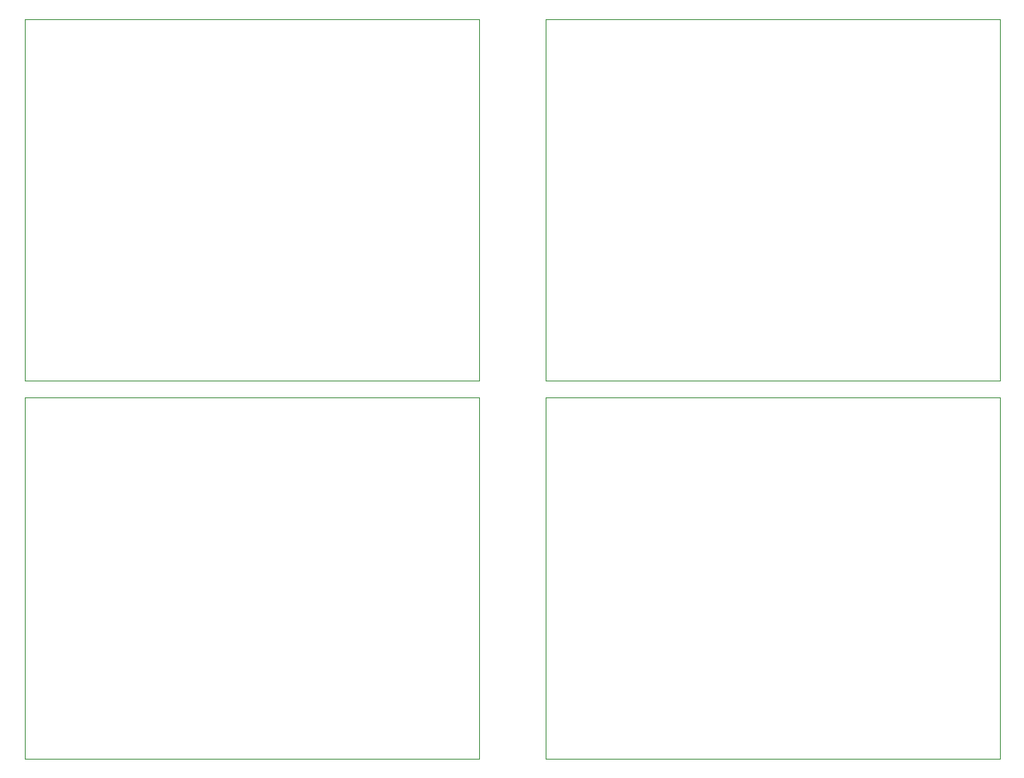
<source format=gbr>
G04 PROTEUS GERBER X2 FILE*
%TF.GenerationSoftware,Labcenter,Proteus,8.15-SP1-Build34318*%
%TF.CreationDate,2023-09-27T19:19:53+00:00*%
%TF.FileFunction,NonPlated,0,1,NPTH*%
%TF.FilePolarity,Positive*%
%TF.Part,Single*%
%TF.SameCoordinates,{3c810428-778b-40b1-ace6-7a7f232bcbd0}*%
%FSLAX45Y45*%
%MOMM*%
G01*
%TA.AperFunction,Profile*%
%ADD14C,0.101600*%
%TD.AperFunction*%
D14*
X-5300000Y+173000D02*
X-500000Y+173000D01*
X-500000Y+3990500D01*
X-5300000Y+3990500D01*
X-5300000Y+173000D01*
X-10800000Y+173000D02*
X-6000000Y+173000D01*
X-6000000Y+3990500D01*
X-10800000Y+3990500D01*
X-10800000Y+173000D01*
X-5300000Y+4173000D02*
X-500000Y+4173000D01*
X-500000Y+7990500D01*
X-5300000Y+7990500D01*
X-5300000Y+4173000D01*
X-10800000Y+4173000D02*
X-6000000Y+4173000D01*
X-6000000Y+7990500D01*
X-10800000Y+7990500D01*
X-10800000Y+4173000D01*
M02*

</source>
